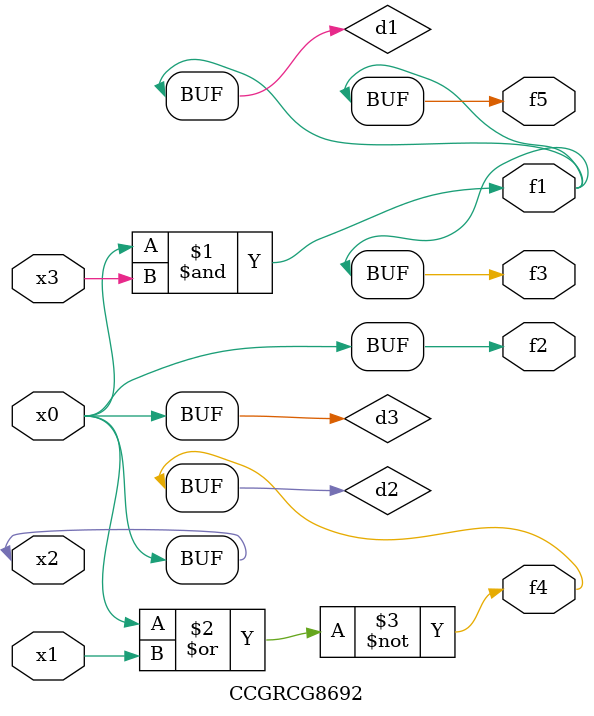
<source format=v>
module CCGRCG8692(
	input x0, x1, x2, x3,
	output f1, f2, f3, f4, f5
);

	wire d1, d2, d3;

	and (d1, x2, x3);
	nor (d2, x0, x1);
	buf (d3, x0, x2);
	assign f1 = d1;
	assign f2 = d3;
	assign f3 = d1;
	assign f4 = d2;
	assign f5 = d1;
endmodule

</source>
